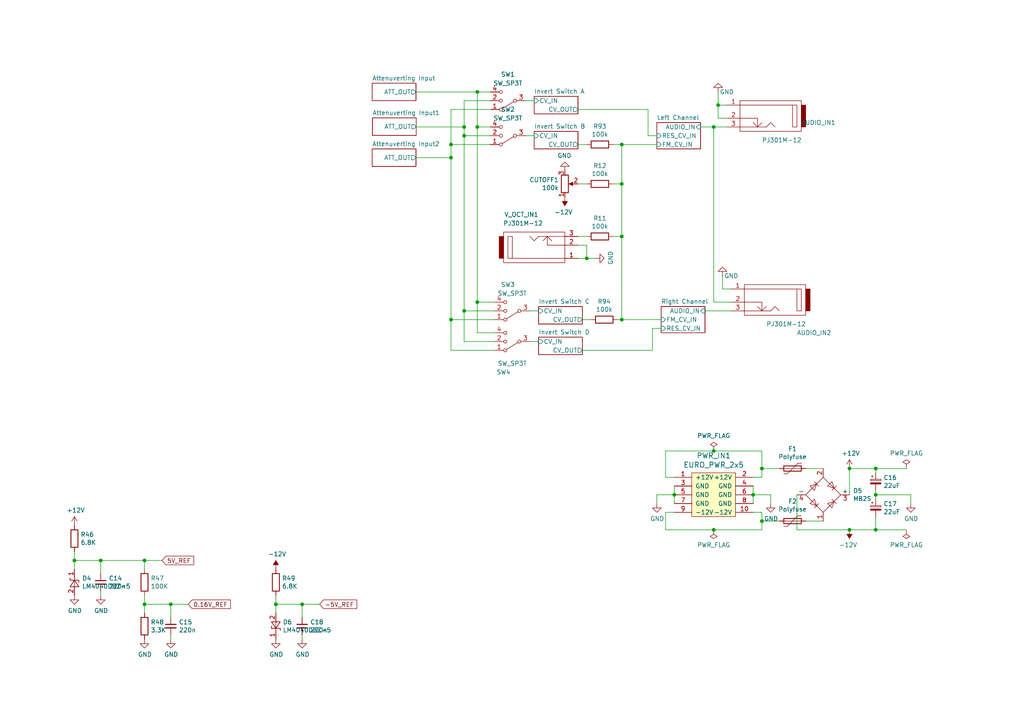
<source format=kicad_sch>
(kicad_sch (version 20230121) (generator eeschema)
  (paper "A4")
  (title_block (title "Schräg") (date "2019-08-04") (rev "1") (comment 1 "8HP Remix of the Bastl Cinnamon filter with CV control over resonance"))
  (lib_symbols
    (symbol "Device:C_Small" (pin_numbers hide) (pin_names (offset 0.254) hide)
      (property "Reference" "C" (at 0.254 1.778 0))
      (property "Value" "C_Small" (at 0.254 -2.032 0))
      (symbol "C_Small_0_1"
        (polyline (pts (xy -1.524 -0.508) (xy 1.524 -0.508)) (stroke (width 0.3302)))
        (polyline (pts (xy -1.524 0.508) (xy 1.524 0.508)) (stroke (width 0.3048)))
      )
      (symbol "C_Small_1_1"
        (pin passive line (at 0 2.54 270) (length 2.032) (name "~") (number "1"))
        (pin passive line (at 0 -2.54 90) (length 2.032) (name "~") (number "2"))
      )
    )
    (symbol "Device:Polyfuse" (pin_numbers hide) (pin_names (offset 0))
      (property "Reference" "F" (at -2.54 0 90))
      (property "Value" "Polyfuse" (at 2.54 0 90))
      (symbol "Polyfuse_0_1"
        (rectangle (start -0.762 2.54) (end 0.762 -2.54) (stroke (width 0.254)))
        (polyline (pts (xy 0 2.54) (xy 0 -2.54)))
        (polyline (pts (xy -1.524 2.54) (xy -1.524 1.524) (xy 1.524 -1.524) (xy 1.524 -2.54)))
      )
      (symbol "Polyfuse_1_1"
        (pin passive line (at 0 3.81 270) (length 1.27) (name "~") (number "1"))
        (pin passive line (at 0 -3.81 90) (length 1.27) (name "~") (number "2"))
      )
    )
    (symbol "Device:R" (pin_numbers hide) (pin_names (offset 0))
      (property "Reference" "R" (at 2.032 0 90))
      (property "Value" "R" (at 0 0 90))
      (symbol "R_0_1"
        (rectangle (start -1.016 -2.54) (end 1.016 2.54) (stroke (width 0.254)))
      )
      (symbol "R_1_1"
        (pin passive line (at 0 3.81 270) (length 1.27) (name "~") (number "1"))
        (pin passive line (at 0 -3.81 90) (length 1.27) (name "~") (number "2"))
      )
    )
    (symbol "Diode_Bridge:MB2S" (pin_names (offset 0))
      (property "Reference" "D" (at 2.54 6.985 0))
      (property "Value" "MB2S" (at 2.54 5.08 0))
      (symbol "MB2S_0_1"
        (polyline (pts (xy -2.54 3.81) (xy -1.27 2.54)))
        (polyline (pts (xy -1.27 -2.54) (xy -2.54 -3.81)))
        (polyline (pts (xy 2.54 -1.27) (xy 3.81 -2.54)))
        (polyline (pts (xy 2.54 1.27) (xy 3.81 2.54)))
        (polyline (pts (xy -3.81 2.54) (xy -2.54 1.27) (xy -1.905 3.175) (xy -3.81 2.54)))
        (polyline (pts (xy -2.54 -1.27) (xy -3.81 -2.54) (xy -1.905 -3.175) (xy -2.54 -1.27)))
        (polyline (pts (xy 1.27 2.54) (xy 2.54 3.81) (xy 3.175 1.905) (xy 1.27 2.54)))
        (polyline (pts (xy 3.175 -1.905) (xy 1.27 -2.54) (xy 2.54 -3.81) (xy 3.175 -1.905)))
        (polyline (pts (xy -5.08 0) (xy 0 -5.08) (xy 5.08 0) (xy 0 5.08) (xy -5.08 0)))
      )
      (symbol "MB2S_1_1"
        (pin passive line (at 0 -7.62 90) (length 2.54) (name "~") (number "1"))
        (pin passive line (at 0 7.62 270) (length 2.54) (name "~") (number "2"))
        (pin passive line (at 7.62 0 180) (length 2.54) (name "+") (number "3"))
        (pin passive line (at -7.62 0 0) (length 2.54) (name "-") (number "4"))
      )
    )
    (symbol "Reference_Voltage:LM4040DBZ-5" (pin_names (offset 0.0254) hide)
      (property "Reference" "U" (at 0 2.54 0))
      (property "Value" "LM4040DBZ-5" (at 0 -3.175 0))
      (symbol "LM4040DBZ-5_0_1"
        (polyline (pts (xy -1.27 0) (xy 0 0) (xy 1.27 0)))
        (polyline (pts (xy -1.27 -1.27) (xy 0.635 0) (xy -1.27 1.27) (xy -1.27 -1.27)) (stroke (width 0.2032)))
        (polyline (pts (xy 0 -1.27) (xy 0.635 -1.27) (xy 0.635 1.27) (xy 1.27 1.27)) (stroke (width 0.2032)))
      )
      (symbol "LM4040DBZ-5_1_1"
        (pin passive line (at 3.81 0 180) (length 2.54) (name "K") (number "1"))
        (pin passive line (at -3.81 0 0) (length 2.54) (name "A") (number "2"))
      )
    )
    (symbol "Schraeg-rescue:CP_Small-Device" (pin_numbers hide) (pin_names (offset 0.254) hide)
      (property "Reference" "C" (at 0.254 1.778 0))
      (property "Value" "Device_CP_Small" (at 0.254 -2.032 0))
      (symbol "CP_Small-Device_0_1"
        (rectangle (start -1.524 -0.3048) (end 1.524 -0.6858) (fill (type outline)))
        (rectangle (start -1.524 0.6858) (end 1.524 0.3048))
        (polyline (pts (xy -1.27 1.524) (xy -0.762 1.524)))
        (polyline (pts (xy -1.016 1.27) (xy -1.016 1.778)))
      )
      (symbol "CP_Small-Device_1_1"
        (pin passive line (at 0 2.54 270) (length 1.8542) (name "~") (number "1"))
        (pin passive line (at 0 -2.54 90) (length 1.8542) (name "~") (number "2"))
      )
    )
    (symbol "Schraeg-rescue:EURO_PWR_2x5-eurocad" (pin_names (offset 1.016))
      (property "Reference" "J" (at 0 -7.62 0))
      (property "Value" "eurocad_EURO_PWR_2x5" (at 0 7.62 0))
      (symbol "EURO_PWR_2x5-eurocad_0_1"
        (rectangle (start -6.35 6.35) (end 6.35 -6.35) (fill (type background)))
      )
      (symbol "EURO_PWR_2x5-eurocad_1_1"
        (pin power_in line (at -11.43 5.08 0) (length 5.08) (name "+12V") (number "1"))
        (pin power_in line (at 11.43 -5.08 180) (length 5.08) (name "-12V") (number "10"))
        (pin power_in line (at 11.43 5.08 180) (length 5.08) (name "+12V") (number "2"))
        (pin power_in line (at -11.43 2.54 0) (length 5.08) (name "GND") (number "3"))
        (pin power_in line (at 11.43 2.54 180) (length 5.08) (name "GND") (number "4"))
        (pin power_in line (at -11.43 0 0) (length 5.08) (name "GND") (number "5"))
        (pin power_in line (at 11.43 0 180) (length 5.08) (name "GND") (number "6"))
        (pin power_in line (at -11.43 -2.54 0) (length 5.08) (name "GND") (number "7"))
        (pin power_in line (at 11.43 -2.54 180) (length 5.08) (name "GND") (number "8"))
        (pin power_in line (at -11.43 -5.08 0) (length 5.08) (name "-12V") (number "9"))
      )
    )
    (symbol "Schraeg-rescue:PJ301M-12-eurocad" (pin_names (offset 1.016))
      (property "Reference" "J" (at -8.89 -5.08 0))
      (property "Value" "eurocad_PJ301M-12" (at -3.81 6.35 0))
      (symbol "PJ301M-12-eurocad_0_1"
        (rectangle (start -11.43 3.81) (end -10.16 -2.54) (fill (type outline)))
        (polyline (pts (xy 3.81 0) (xy 7.62 0) (xy 7.62 0)))
        (polyline (pts (xy 0 -2.54) (xy -1.27 -1.27) (xy -2.54 -2.54) (xy -2.54 -2.54)))
        (polyline (pts (xy 0 -2.54) (xy 7.62 -2.54) (xy 7.62 -2.54) (xy 7.62 -2.54)))
        (polyline (pts (xy 1.27 -1.27) (xy 2.54 -2.54) (xy 3.81 -1.27) (xy 3.81 -1.27)))
        (polyline (pts (xy 3.81 0) (xy 2.54 0) (xy 2.54 -2.54) (xy 2.54 -2.54)))
        (polyline (pts (xy 7.62 3.81) (xy -8.89 3.81) (xy -8.89 -2.54) (xy -7.62 -2.54) (xy -7.62 3.81)))
        (rectangle (start 7.62 -3.81) (end -10.16 5.08))
      )
      (symbol "PJ301M-12-eurocad_1_1"
        (pin passive line (at 11.43 3.81 180) (length 3.81) (name "~") (number "1"))
        (pin passive line (at 11.43 0 180) (length 3.81) (name "~") (number "2"))
        (pin passive line (at 11.43 -2.54 180) (length 3.81) (name "~") (number "3"))
      )
    )
    (symbol "Schraeg-rescue:R_POT-Device" (pin_names (offset 1.016) hide)
      (property "Reference" "RV" (at -4.445 0 90))
      (property "Value" "Device_R_POT" (at -2.54 0 90))
      (symbol "R_POT-Device_0_1"
        (polyline (pts (xy 2.54 0) (xy 1.524 0)))
        (polyline (pts (xy 1.143 0) (xy 2.286 0.508) (xy 2.286 -0.508) (xy 1.143 0)) (fill (type outline)))
        (rectangle (start 1.016 2.54) (end -1.016 -2.54) (stroke (width 0.254)))
      )
      (symbol "R_POT-Device_1_1"
        (pin passive line (at 0 3.81 270) (length 1.27) (name "1") (number "1"))
        (pin passive line (at 3.81 0 180) (length 1.27) (name "2") (number "2"))
        (pin passive line (at 0 -3.81 90) (length 1.27) (name "3") (number "3"))
      )
    )
    (symbol "Switch:SW_SP3T" (pin_names (offset 0) hide)
      (property "Reference" "SW" (at 0 5.08 0))
      (property "Value" "SW_SP3T" (at 0 -5.08 0))
      (symbol "SW_SP3T_0_1"
        (circle (center -2.032 0) (radius 0.4572))
        (polyline (pts (xy -1.651 0.254) (xy 1.651 2.286)))
        (circle (center 2.032 -2.54) (radius 0.4572))
        (circle (center 2.032 0) (radius 0.4572))
        (circle (center 2.032 2.54) (radius 0.4572))
      )
      (symbol "SW_SP3T_1_1"
        (pin passive line (at 5.08 2.54 180) (length 2.54) (name "1") (number "1"))
        (pin passive line (at 5.08 0 180) (length 2.54) (name "2") (number "2"))
        (pin passive line (at -5.08 0 0) (length 2.54) (name "3") (number "3"))
        (pin passive line (at 5.08 -2.54 180) (length 2.54) (name "4") (number "4"))
      )
    )
    (symbol "power:+12V" (power) (pin_names (offset 0))
      (property "Value" "+12V" (at 0 3.556 0))
      (symbol "+12V_0_1"
        (polyline (pts (xy -0.762 1.27) (xy 0 2.54)))
        (polyline (pts (xy 0 0) (xy 0 2.54)))
        (polyline (pts (xy 0 2.54) (xy 0.762 1.27)))
      )
      (symbol "+12V_1_1"
        (pin power_in line (at 0 0 90) (length 0) hide (name "+12V") (number "1"))
      )
    )
    (symbol "power:-12V" (power) (pin_names (offset 0))
      (property "Value" "-12V" (at 0 3.81 0))
      (symbol "-12V_0_0"
        (pin power_in line (at 0 0 90) (length 0) hide (name "-12V") (number "1"))
      )
      (symbol "-12V_0_1"
        (polyline (pts (xy 0 0) (xy 0 1.27) (xy 0.762 1.27) (xy 0 2.54) (xy -0.762 1.27) (xy 0 1.27)) (fill (type outline)))
      )
    )
    (symbol "power:GND" (power) (pin_names (offset 0))
      (property "Value" "GND" (at 0 -3.81 0))
      (symbol "GND_0_1"
        (polyline (pts (xy 0 0) (xy 0 -1.27) (xy 1.27 -1.27) (xy 0 -2.54) (xy -1.27 -1.27) (xy 0 -1.27)))
      )
      (symbol "GND_1_1"
        (pin power_in line (at 0 0 270) (length 0) hide (name "GND") (number "1"))
      )
    )
    (symbol "power:PWR_FLAG" (power) (pin_numbers hide) (pin_names (offset 0) hide)
      (property "Value" "PWR_FLAG" (at 0 3.81 0))
      (symbol "PWR_FLAG_0_0"
        (pin power_out line (at 0 0 90) (length 0) (name "pwr") (number "1"))
      )
      (symbol "PWR_FLAG_0_1"
        (polyline (pts (xy 0 0) (xy 0 1.27) (xy -1.016 1.905) (xy 0 2.54) (xy 1.016 1.905) (xy 0 1.27)))
      )
    )
  )
  (junction (at 207.01 36.83))
  (junction (at 180.34 68.58))
  (junction (at 220.98 135.89))
  (junction (at 134.62 36.83))
  (junction (at 218.44 143.51))
  (junction (at 41.91 175.26))
  (junction (at 180.34 41.91))
  (junction (at 138.43 87.63))
  (junction (at 29.21 162.56))
  (junction (at 130.81 45.72))
  (junction (at 180.34 92.71))
  (junction (at 220.98 151.13))
  (junction (at 80.01 175.26))
  (junction (at 134.62 90.17))
  (junction (at 207.01 130.81))
  (junction (at 254 135.89))
  (junction (at 21.59 162.56))
  (junction (at 254 153.67))
  (junction (at 49.53 175.26))
  (junction (at 138.43 26.67))
  (junction (at 138.43 36.83))
  (junction (at 195.58 143.51))
  (junction (at 134.62 39.37))
  (junction (at 170.18 74.93))
  (junction (at 207.01 153.67))
  (junction (at 87.63 175.26))
  (junction (at 246.38 135.89))
  (junction (at 208.28 30.48))
  (junction (at 180.34 53.34))
  (junction (at 246.38 153.67))
  (junction (at 130.81 41.91))
  (junction (at 130.81 92.71))
  (junction (at 41.91 162.56))
  (junction (at 254 143.51))
  (wire (pts (xy 254 153.67) (xy 262.89 153.67)))
  (wire (pts (xy 143.51 92.71) (xy 130.81 92.71)))
  (wire (pts (xy 138.43 96.52) (xy 138.43 87.63)))
  (wire (pts (xy 41.91 172.72) (xy 41.91 175.26)))
  (wire (pts (xy 143.51 96.52) (xy 138.43 96.52)))
  (wire (pts (xy 142.24 36.83) (xy 138.43 36.83)))
  (wire (pts (xy 87.63 179.07) (xy 87.63 175.26)))
  (wire (pts (xy 231.14 143.51) (xy 231.14 153.67)))
  (wire (pts (xy 187.96 39.37) (xy 190.5 39.37)))
  (wire (pts (xy 130.81 101.6) (xy 130.81 92.71)))
  (wire (pts (xy 195.58 143.51) (xy 195.58 146.05)))
  (wire (pts (xy 180.34 53.34) (xy 180.34 68.58)))
  (wire (pts (xy 180.34 92.71) (xy 191.77 92.71)))
  (wire (pts (xy 218.44 140.97) (xy 218.44 143.51)))
  (wire (pts (xy 167.64 41.91) (xy 170.18 41.91)))
  (wire (pts (xy 134.62 29.21) (xy 142.24 29.21)))
  (wire (pts (xy 167.64 74.93) (xy 170.18 74.93)))
  (wire (pts (xy 80.01 175.26) (xy 87.63 175.26)))
  (wire (pts (xy 195.58 143.51) (xy 190.5 143.51)))
  (wire (pts (xy 231.14 153.67) (xy 246.38 153.67)))
  (wire (pts (xy 180.34 41.91) (xy 180.34 53.34)))
  (wire (pts (xy 138.43 87.63) (xy 143.51 87.63)))
  (wire (pts (xy 120.65 36.83) (xy 134.62 36.83)))
  (wire (pts (xy 254 135.89) (xy 254 137.16)))
  (wire (pts (xy 177.8 53.34) (xy 180.34 53.34)))
  (wire (pts (xy 138.43 36.83) (xy 138.43 87.63)))
  (wire (pts (xy 49.53 184.15) (xy 49.53 185.42)))
  (wire (pts (xy 195.58 140.97) (xy 195.58 143.51)))
  (wire (pts (xy 168.91 101.6) (xy 189.23 101.6)))
  (wire (pts (xy 49.53 175.26) (xy 54.61 175.26)))
  (wire (pts (xy 193.04 148.59) (xy 193.04 153.67)))
  (wire (pts (xy 208.28 30.48) (xy 208.28 26.67)))
  (wire (pts (xy 207.01 130.81) (xy 220.98 130.81)))
  (wire (pts (xy 153.67 99.06) (xy 156.21 99.06)))
  (wire (pts (xy 254 143.51) (xy 254 142.24)))
  (wire (pts (xy 187.96 31.75) (xy 187.96 39.37)))
  (wire (pts (xy 254 144.78) (xy 254 143.51)))
  (wire (pts (xy 41.91 175.26) (xy 49.53 175.26)))
  (wire (pts (xy 21.59 162.56) (xy 21.59 160.02)))
  (wire (pts (xy 210.82 34.29) (xy 208.28 34.29)))
  (wire (pts (xy 223.52 143.51) (xy 223.52 146.05)))
  (wire (pts (xy 220.98 138.43) (xy 218.44 138.43)))
  (wire (pts (xy 138.43 26.67) (xy 138.43 36.83)))
  (wire (pts (xy 254 135.89) (xy 262.89 135.89)))
  (wire (pts (xy 80.01 175.26) (xy 80.01 177.8)))
  (wire (pts (xy 134.62 90.17) (xy 134.62 39.37)))
  (wire (pts (xy 167.64 31.75) (xy 187.96 31.75)))
  (wire (pts (xy 218.44 143.51) (xy 223.52 143.51)))
  (wire (pts (xy 177.8 41.91) (xy 180.34 41.91)))
  (wire (pts (xy 167.64 71.12) (xy 170.18 71.12)))
  (wire (pts (xy 41.91 162.56) (xy 46.99 162.56)))
  (wire (pts (xy 220.98 151.13) (xy 220.98 148.59)))
  (wire (pts (xy 190.5 143.51) (xy 190.5 146.05)))
  (wire (pts (xy 172.72 74.93) (xy 170.18 74.93)))
  (wire (pts (xy 254 153.67) (xy 254 149.86)))
  (wire (pts (xy 207.01 153.67) (xy 220.98 153.67)))
  (wire (pts (xy 179.07 92.71) (xy 180.34 92.71)))
  (wire (pts (xy 233.68 151.13) (xy 238.76 151.13)))
  (wire (pts (xy 142.24 39.37) (xy 134.62 39.37)))
  (wire (pts (xy 138.43 26.67) (xy 142.24 26.67)))
  (wire (pts (xy 87.63 184.15) (xy 87.63 185.42)))
  (wire (pts (xy 167.64 53.34) (xy 170.18 53.34)))
  (wire (pts (xy 180.34 68.58) (xy 180.34 92.71)))
  (wire (pts (xy 41.91 175.26) (xy 41.91 177.8)))
  (wire (pts (xy 210.82 30.48) (xy 208.28 30.48)))
  (wire (pts (xy 220.98 148.59) (xy 218.44 148.59)))
  (wire (pts (xy 207.01 36.83) (xy 210.82 36.83)))
  (wire (pts (xy 134.62 99.06) (xy 134.62 90.17)))
  (wire (pts (xy 220.98 153.67) (xy 220.98 151.13)))
  (wire (pts (xy 143.51 90.17) (xy 134.62 90.17)))
  (wire (pts (xy 21.59 165.1) (xy 21.59 162.56)))
  (wire (pts (xy 189.23 101.6) (xy 189.23 95.25)))
  (wire (pts (xy 264.16 143.51) (xy 264.16 146.05)))
  (wire (pts (xy 212.09 83.82) (xy 209.55 83.82)))
  (wire (pts (xy 80.01 172.72) (xy 80.01 175.26)))
  (wire (pts (xy 120.65 26.67) (xy 138.43 26.67)))
  (wire (pts (xy 143.51 99.06) (xy 134.62 99.06)))
  (wire (pts (xy 29.21 171.45) (xy 29.21 172.72)))
  (wire (pts (xy 29.21 162.56) (xy 41.91 162.56)))
  (wire (pts (xy 208.28 34.29) (xy 208.28 30.48)))
  (wire (pts (xy 189.23 95.25) (xy 191.77 95.25)))
  (wire (pts (xy 134.62 39.37) (xy 134.62 36.83)))
  (wire (pts (xy 220.98 135.89) (xy 220.98 138.43)))
  (wire (pts (xy 87.63 175.26) (xy 92.71 175.26)))
  (wire (pts (xy 29.21 166.37) (xy 29.21 162.56)))
  (wire (pts (xy 220.98 130.81) (xy 220.98 135.89)))
  (wire (pts (xy 193.04 130.81) (xy 207.01 130.81)))
  (wire (pts (xy 170.18 68.58) (xy 167.64 68.58)))
  (wire (pts (xy 193.04 153.67) (xy 207.01 153.67)))
  (wire (pts (xy 246.38 153.67) (xy 254 153.67)))
  (wire (pts (xy 152.4 39.37) (xy 154.94 39.37)))
  (wire (pts (xy 254 143.51) (xy 264.16 143.51)))
  (wire (pts (xy 49.53 179.07) (xy 49.53 175.26)))
  (wire (pts (xy 246.38 143.51) (xy 246.38 135.89)))
  (wire (pts (xy 233.68 135.89) (xy 238.76 135.89)))
  (wire (pts (xy 195.58 138.43) (xy 193.04 138.43)))
  (wire (pts (xy 177.8 68.58) (xy 180.34 68.58)))
  (wire (pts (xy 218.44 143.51) (xy 218.44 146.05)))
  (wire (pts (xy 130.81 92.71) (xy 130.81 45.72)))
  (wire (pts (xy 152.4 29.21) (xy 154.94 29.21)))
  (wire (pts (xy 130.81 41.91) (xy 142.24 41.91)))
  (wire (pts (xy 209.55 83.82) (xy 209.55 80.01)))
  (wire (pts (xy 195.58 148.59) (xy 193.04 148.59)))
  (wire (pts (xy 134.62 36.83) (xy 134.62 29.21)))
  (wire (pts (xy 204.47 90.17) (xy 212.09 90.17)))
  (wire (pts (xy 130.81 31.75) (xy 130.81 41.91)))
  (wire (pts (xy 41.91 165.1) (xy 41.91 162.56)))
  (wire (pts (xy 220.98 151.13) (xy 226.06 151.13)))
  (wire (pts (xy 203.2 36.83) (xy 207.01 36.83)))
  (wire (pts (xy 143.51 101.6) (xy 130.81 101.6)))
  (wire (pts (xy 207.01 87.63) (xy 212.09 87.63)))
  (wire (pts (xy 246.38 135.89) (xy 254 135.89)))
  (wire (pts (xy 21.59 162.56) (xy 29.21 162.56)))
  (wire (pts (xy 220.98 135.89) (xy 226.06 135.89)))
  (wire (pts (xy 170.18 71.12) (xy 170.18 74.93)))
  (wire (pts (xy 130.81 45.72) (xy 120.65 45.72)))
  (wire (pts (xy 130.81 41.91) (xy 130.81 45.72)))
  (wire (pts (xy 207.01 87.63) (xy 207.01 36.83)))
  (wire (pts (xy 180.34 41.91) (xy 190.5 41.91)))
  (wire (pts (xy 142.24 31.75) (xy 130.81 31.75)))
  (wire (pts (xy 153.67 90.17) (xy 156.21 90.17)))
  (wire (pts (xy 193.04 138.43) (xy 193.04 130.81)))
  (wire (pts (xy 168.91 92.71) (xy 171.45 92.71)))
  (global_label "0.16V_REF" (shape input) (at 54.61 175.26 0) (property "Intersheetrefs" "${INTERSHEET_REFS}" (effects hide)))
  (global_label "5V_REF" (shape input) (at 46.99 162.56 0) (property "Intersheetrefs" "${INTERSHEET_REFS}" (effects hide)))
  (global_label "-5V_REF" (shape input) (at 92.71 175.26 0) (property "Intersheetrefs" "${INTERSHEET_REFS}" (effects hide)))
  (symbol (lib_id "power:GND") (at 208.28 26.67 180) (unit 1)
    (property "Reference" "#PWR011" (effects hide))
    (property "Value" "GND" (at 210.82 26.67 0))
  )
  (symbol (lib_id "power:GND") (at 223.52 146.05 0) (unit 1)
    (property "Reference" "#PWR035" (effects hide))
    (property "Value" "GND" (at 223.647 150.4442 0))
  )
  (symbol (lib_id "Device:Polyfuse") (at 229.87 151.13 270) (unit 1)
    (property "Reference" "F2" (at 229.87 145.415 90))
    (property "Value" "Polyfuse" (at 229.87 147.7264 90))
    (property "Footprint" "Fuse:Fuse_1206_3216Metric_Pad1.42x1.75mm_HandSolder" (effects hide))
  )
  (symbol (lib_id "Diode_Bridge:MB2S") (at 238.76 143.51 0) (unit 1)
    (property "Reference" "D5" (at 247.4214 142.3416 0) (effects (justify left)))
    (property "Value" "MB2S" (at 247.4214 144.653 0) (effects (justify left)))
    (property "Footprint" "Package_TO_SOT_SMD:TO-269AA" (effects hide))
    (property "Datasheet" "http://www.vishay.com/docs/88661/mb2s.pdf" (effects hide))
  )
  (symbol (lib_id "power:GND") (at 163.83 49.53 180) (unit 1)
    (property "Reference" "#PWR07" (effects hide))
    (property "Value" "GND" (at 163.703 45.1358 0))
  )
  (symbol (lib_id "power:GND") (at 87.63 185.42 0) (unit 1)
    (property "Reference" "#PWR041" (effects hide))
    (property "Value" "GND" (at 87.757 189.8142 0))
  )
  (symbol (lib_id "Schraeg-rescue:CP_Small-Device") (at 254 147.32 0) (unit 1)
    (property "Reference" "C17" (at 256.2352 146.1516 0) (effects (justify left)))
    (property "Value" "22uF" (at 256.2352 148.463 0) (effects (justify left)))
    (property "Footprint" "Capacitor_SMD:CP_Elec_6.3x5.4" (effects hide))
  )
  (symbol (lib_id "Device:R") (at 21.59 156.21 0) (unit 1)
    (property "Reference" "R46" (at 23.368 155.0416 0) (effects (justify left)))
    (property "Value" "6.8K" (at 23.368 157.353 0) (effects (justify left)))
    (property "Footprint" "Resistor_SMD:R_0603_1608Metric_Pad1.05x0.95mm_HandSolder" (effects hide))
  )
  (symbol (lib_id "power:GND") (at 264.16 146.05 0) (unit 1)
    (property "Reference" "#PWR042" (effects hide))
    (property "Value" "GND" (at 264.287 150.4442 0))
  )
  (symbol (lib_id "power:-12V") (at 80.01 165.1 0) (unit 1)
    (property "Reference" "#PWR039" (effects hide))
    (property "Value" "-12V" (at 80.391 160.7058 0))
  )
  (symbol (lib_id "Device:R") (at 173.99 41.91 270) (unit 1)
    (property "Reference" "R93" (at 173.99 36.6522 90))
    (property "Value" "100k" (at 173.99 38.9636 90))
    (property "Footprint" "Resistor_SMD:R_0603_1608Metric_Pad1.05x0.95mm_HandSolder" (effects hide))
  )
  (symbol (lib_id "Device:C_Small") (at 29.21 168.91 0) (unit 1)
    (property "Reference" "C14" (at 31.5468 167.7416 0) (effects (justify left)))
    (property "Value" "220n" (at 31.5468 170.053 0) (effects (justify left)))
    (property "Footprint" "Capacitor_SMD:C_0603_1608Metric_Pad1.05x0.95mm_HandSolder" (effects hide))
  )
  (symbol (lib_id "Device:C_Small") (at 49.53 181.61 0) (unit 1)
    (property "Reference" "C15" (at 51.8668 180.4416 0) (effects (justify left)))
    (property "Value" "220n" (at 51.8668 182.753 0) (effects (justify left)))
    (property "Footprint" "Capacitor_SMD:C_0603_1608Metric_Pad1.05x0.95mm_HandSolder" (effects hide))
  )
  (symbol (lib_id "Device:C_Small") (at 87.63 181.61 0) (unit 1)
    (property "Reference" "C18" (at 89.9668 180.4416 0) (effects (justify left)))
    (property "Value" "220n" (at 89.9668 182.753 0) (effects (justify left)))
    (property "Footprint" "Capacitor_SMD:C_0603_1608Metric_Pad1.05x0.95mm_HandSolder" (effects hide))
  )
  (symbol (lib_id "Switch:SW_SP3T") (at 148.59 90.17 180) (unit 1)
    (property "Reference" "SW3" (at 147.32 82.55 0))
    (property "Value" "SW_SP3T" (at 148.59 85.09 0))
  )
  (symbol (lib_id "Schraeg-rescue:PJ301M-12-eurocad") (at 156.21 71.12 0) (mirror x) (unit 1)
    (property "Reference" "V_OCT_IN1" (at 156.21 62.23 0) (effects (justify right)))
    (property "Value" "PJ301M-12" (at 157.48 64.77 0) (effects (justify right)))
    (property "Footprint" "Eurocad:PJ301M-12" (effects hide))
  )
  (symbol (lib_id "Schraeg-rescue:R_POT-Device") (at 163.83 53.34 0) (mirror x) (unit 1)
    (property "Reference" "CUTOFF1" (at 162.052 52.1716 0) (effects (justify right)))
    (property "Value" "100k" (at 162.052 54.483 0) (effects (justify right)))
    (property "Footprint" "Eurocad:Alpha9mmPot" (effects hide))
  )
  (symbol (lib_id "Schraeg-rescue:PJ301M-12-eurocad") (at 223.52 87.63 0) (mirror y) (unit 1)
    (property "Reference" "AUDIO_IN2" (at 231.14 96.52 0) (effects (justify right)))
    (property "Value" "PJ301M-12" (at 222.25 93.98 0) (effects (justify right)))
    (property "Footprint" "Eurocad:PJ301M-12" (effects hide))
  )
  (symbol (lib_id "Device:Polyfuse") (at 229.87 135.89 270) (unit 1)
    (property "Reference" "F1" (at 229.87 130.175 90))
    (property "Value" "Polyfuse" (at 229.87 132.4864 90))
    (property "Footprint" "Fuse:Fuse_1206_3216Metric_Pad1.42x1.75mm_HandSolder" (effects hide))
  )
  (symbol (lib_id "power:GND") (at 49.53 185.42 0) (unit 1)
    (property "Reference" "#PWR036" (effects hide))
    (property "Value" "GND" (at 49.657 189.8142 0))
  )
  (symbol (lib_id "Reference_Voltage:LM4040DBZ-5") (at 21.59 168.91 90) (unit 1)
    (property "Reference" "D4" (at 23.8252 167.7416 90) (effects (justify right)))
    (property "Value" "LM4040DBZ-5" (at 23.8252 170.053 90) (effects (justify right)))
    (property "Footprint" "Package_TO_SOT_SMD:SOT-23" (effects hide))
    (property "Datasheet" "http://www.ti.com/lit/ds/symlink/lm4040-n.pdf" (effects hide))
  )
  (symbol (lib_id "power:GND") (at 209.55 80.01 180) (unit 1)
    (property "Reference" "#PWR070" (effects hide))
    (property "Value" "GND" (at 212.09 80.01 0))
  )
  (symbol (lib_id "Schraeg-rescue:EURO_PWR_2x5-eurocad") (at 207.01 143.51 0) (unit 1)
    (property "Reference" "PWR_IN1" (at 207.01 132.1562 0) (effects (font (size 1.524 1.524))))
    (property "Value" "EURO_PWR_2x5" (at 207.01 134.8486 0) (effects (font (size 1.524 1.524))))
    (property "Footprint" "Connector_PinHeader_2.54mm:PinHeader_2x05_P2.54mm_Vertical" (effects hide))
  )
  (symbol (lib_id "power:GND") (at 29.21 172.72 0) (unit 1)
    (property "Reference" "#PWR033" (effects hide))
    (property "Value" "GND" (at 29.337 177.1142 0))
  )
  (symbol (lib_id "Switch:SW_SP3T") (at 148.59 99.06 180) (unit 1)
    (property "Reference" "SW4" (at 146.05 107.95 0))
    (property "Value" "SW_SP3T" (at 148.59 105.41 0))
  )
  (symbol (lib_id "Device:R") (at 173.99 68.58 270) (unit 1)
    (property "Reference" "R11" (at 173.99 63.3222 90))
    (property "Value" "100k" (at 173.99 65.6336 90))
    (property "Footprint" "Resistor_SMD:R_0603_1608Metric_Pad1.05x0.95mm_HandSolder" (effects hide))
  )
  (symbol (lib_id "Device:R") (at 41.91 181.61 0) (unit 1)
    (property "Reference" "R48" (at 43.688 180.4416 0) (effects (justify left)))
    (property "Value" "3.3K" (at 43.688 182.753 0) (effects (justify left)))
    (property "Footprint" "Resistor_SMD:R_0603_1608Metric_Pad1.05x0.95mm_HandSolder" (effects hide))
  )
  (symbol (lib_id "Schraeg-rescue:CP_Small-Device") (at 254 139.7 0) (unit 1)
    (property "Reference" "C16" (at 256.2352 138.5316 0) (effects (justify left)))
    (property "Value" "22uF" (at 256.2352 140.843 0) (effects (justify left)))
    (property "Footprint" "Capacitor_SMD:CP_Elec_6.3x5.4" (effects hide))
  )
  (symbol (lib_id "power:-12V") (at 246.38 153.67 180) (unit 1)
    (property "Reference" "#PWR038" (effects hide))
    (property "Value" "-12V" (at 245.999 158.0642 0))
  )
  (symbol (lib_id "Switch:SW_SP3T") (at 147.32 39.37 180) (unit 1)
    (property "Reference" "SW2" (at 147.32 31.75 0))
    (property "Value" "SW_SP3T" (at 147.32 34.29 0))
  )
  (symbol (lib_id "Reference_Voltage:LM4040DBZ-5") (at 80.01 181.61 270) (unit 1)
    (property "Reference" "D6" (at 82.0166 180.4416 90) (effects (justify left)))
    (property "Value" "LM4040DBZ-5" (at 82.0166 182.753 90) (effects (justify left)))
    (property "Footprint" "Package_TO_SOT_SMD:SOT-23" (effects hide))
    (property "Datasheet" "http://www.ti.com/lit/ds/symlink/lm4040-n.pdf" (effects hide))
  )
  (symbol (lib_id "power:PWR_FLAG") (at 262.89 135.89 0) (unit 1)
    (property "Reference" "#FLG03" (effects hide))
    (property "Value" "PWR_FLAG" (at 262.89 131.4704 0))
  )
  (symbol (lib_id "Device:R") (at 175.26 92.71 270) (unit 1)
    (property "Reference" "R94" (at 175.26 87.4522 90))
    (property "Value" "100k" (at 175.26 89.7636 90))
    (property "Footprint" "Resistor_SMD:R_0603_1608Metric_Pad1.05x0.95mm_HandSolder" (effects hide))
  )
  (symbol (lib_id "Switch:SW_SP3T") (at 147.32 29.21 180) (unit 1)
    (property "Reference" "SW1" (at 147.32 21.59 0))
    (property "Value" "SW_SP3T" (at 147.32 24.13 0))
  )
  (symbol (lib_id "Schraeg-rescue:PJ301M-12-eurocad") (at 222.25 34.29 0) (mirror y) (unit 1)
    (property "Reference" "AUDIO_IN1" (at 232.41 35.56 0) (effects (justify right)))
    (property "Value" "PJ301M-12" (at 220.98 40.64 0) (effects (justify right)))
    (property "Footprint" "Eurocad:PJ301M-12" (effects hide))
  )
  (symbol (lib_id "power:PWR_FLAG") (at 207.01 130.81 0) (unit 1)
    (property "Reference" "#FLG01" (effects hide))
    (property "Value" "PWR_FLAG" (at 207.01 126.3904 0))
  )
  (symbol (lib_id "power:PWR_FLAG") (at 262.89 153.67 180) (unit 1)
    (property "Reference" "#FLG04" (effects hide))
    (property "Value" "PWR_FLAG" (at 262.89 158.0642 0))
  )
  (symbol (lib_id "power:GND") (at 41.91 185.42 0) (unit 1)
    (property "Reference" "#PWR034" (effects hide))
    (property "Value" "GND" (at 42.037 189.8142 0))
  )
  (symbol (lib_id "Device:R") (at 41.91 168.91 0) (unit 1)
    (property "Reference" "R47" (at 43.688 167.7416 0) (effects (justify left)))
    (property "Value" "100K" (at 43.688 170.053 0) (effects (justify left)))
    (property "Footprint" "Resistor_SMD:R_0603_1608Metric_Pad1.05x0.95mm_HandSolder" (effects hide))
  )
  (symbol (lib_id "power:+12V") (at 246.38 135.89 0) (unit 1)
    (property "Reference" "#PWR037" (effects hide))
    (property "Value" "+12V" (at 246.761 131.4958 0))
  )
  (symbol (lib_id "power:GND") (at 21.59 172.72 0) (unit 1)
    (property "Reference" "#PWR032" (effects hide))
    (property "Value" "GND" (at 21.717 177.1142 0))
  )
  (symbol (lib_id "Device:R") (at 80.01 168.91 0) (unit 1)
    (property "Reference" "R49" (at 81.788 167.7416 0) (effects (justify left)))
    (property "Value" "6.8K" (at 81.788 170.053 0) (effects (justify left)))
    (property "Footprint" "Resistor_SMD:R_0603_1608Metric_Pad1.05x0.95mm_HandSolder" (effects hide))
  )
  (symbol (lib_id "power:PWR_FLAG") (at 207.01 153.67 180) (unit 1)
    (property "Reference" "#FLG02" (effects hide))
    (property "Value" "PWR_FLAG" (at 207.01 158.0642 0))
  )
  (symbol (lib_id "power:-12V") (at 163.83 57.15 180) (unit 1)
    (property "Reference" "#PWR08" (effects hide))
    (property "Value" "-12V" (at 163.449 61.5442 0))
  )
  (symbol (lib_id "power:+12V") (at 21.59 152.4 0) (unit 1)
    (property "Reference" "#PWR031" (effects hide))
    (property "Value" "+12V" (at 21.971 148.0058 0))
  )
  (symbol (lib_id "power:GND") (at 172.72 74.93 90) (unit 1)
    (property "Reference" "#PWR02" (effects hide))
    (property "Value" "GND" (at 177.1142 74.803 0))
  )
  (symbol (lib_id "power:GND") (at 190.5 146.05 0) (unit 1)
    (property "Reference" "#PWR030" (effects hide))
    (property "Value" "GND" (at 190.627 150.4442 0))
  )
  (symbol (lib_id "power:GND") (at 80.01 185.42 0) (unit 1)
    (property "Reference" "#PWR040" (effects hide))
    (property "Value" "GND" (at 80.137 189.8142 0))
  )
  (symbol (lib_id "Device:R") (at 173.99 53.34 270) (unit 1)
    (property "Reference" "R12" (at 173.99 48.0822 90))
    (property "Value" "100k" (at 173.99 50.3936 90))
    (property "Footprint" "Resistor_SMD:R_0603_1608Metric_Pad1.05x0.95mm_HandSolder" (effects hide))
  )
  (sheet (at 156.21 97.79) (size 12.7 5.08) (stroke (width 0.1524))
    (property "Sheetname" "Invert Switch D" (at 156.21 97.0784 0) (effects (justify left bottom)))
    (property "Sheetfile" "invert_switch.kicad_sch" (effects hide))
    (pin "CV_OUT" output (at 168.91 101.6 0))
    (pin "CV_IN" input (at 156.21 99.06 180))
  )
  (sheet (at 190.5 35.56) (size 12.7 7.62) (stroke (width 0.1524))
    (property "Sheetname" "Left Channel" (at 190.5 34.8484 0) (effects (justify left bottom)))
    (property "Sheetfile" "channel.kicad_sch" (effects hide))
    (pin "FM_CV_IN" input (at 190.5 41.91 180))
    (pin "RES_CV_IN" input (at 190.5 39.37 180))
    (pin "AUDIO_IN" input (at 203.2 36.83 0))
  )
  (sheet (at 107.95 24.13) (size 12.7 5.08) (stroke (width 0.1524))
    (property "Sheetname" "Attenuverting Input" (at 107.95 23.4184 0) (effects (justify left bottom)))
    (property "Sheetfile" "att_input.kicad_sch" (effects hide))
    (pin "ATT_OUT" output (at 120.65 26.67 0))
  )
  (sheet (at 191.77 88.9) (size 12.7 7.62) (stroke (width 0.1524))
    (property "Sheetname" "Right Channel" (at 191.77 88.1884 0) (effects (justify left bottom)))
    (property "Sheetfile" "channel.kicad_sch" (effects hide))
    (pin "FM_CV_IN" input (at 191.77 92.71 180))
    (pin "RES_CV_IN" input (at 191.77 95.25 180))
    (pin "AUDIO_IN" input (at 204.47 90.17 0))
  )
  (sheet (at 108.0232 34.1794) (size 12.7 5.08) (stroke (width 0.1524))
    (property "Sheetname" "Attenuverting Input1" (at 108.0232 33.4678 0) (effects (justify left bottom)))
    (property "Sheetfile" "att_input.kicad_sch" (effects hide))
    (pin "ATT_OUT" output (at 120.7232 36.7194 0))
  )
  (sheet (at 156.21 88.9) (size 12.7 5.08) (stroke (width 0.1524))
    (property "Sheetname" "Invert Switch C" (at 156.21 88.1884 0) (effects (justify left bottom)))
    (property "Sheetfile" "invert_switch.kicad_sch" (effects hide))
    (pin "CV_OUT" output (at 168.91 92.71 0))
    (pin "CV_IN" input (at 156.21 90.17 180))
  )
  (sheet (at 154.94 38.1) (size 12.7 5.08) (stroke (width 0.1524))
    (property "Sheetname" "Invert Switch B" (at 154.94 37.3884 0) (effects (justify left bottom)))
    (property "Sheetfile" "invert_switch.kicad_sch" (effects hide))
    (pin "CV_OUT" output (at 167.64 41.91 0))
    (pin "CV_IN" input (at 154.94 39.37 180))
  )
  (sheet (at 154.94 27.94) (size 12.7 5.08) (stroke (width 0.1524))
    (property "Sheetname" "Invert Switch A" (at 154.94 27.2284 0) (effects (justify left bottom)))
    (property "Sheetfile" "invert_switch.kicad_sch" (effects hide))
    (pin "CV_OUT" output (at 167.64 31.75 0))
    (pin "CV_IN" input (at 154.94 29.21 180))
  )
  (sheet (at 107.95 43.18) (size 12.7 5.08) (stroke (width 0.1524))
    (property "Sheetname" "Attenuverting Input2" (at 107.95 42.4684 0) (effects (justify left bottom)))
    (property "Sheetfile" "att_input.kicad_sch" (effects hide))
    (pin "ATT_OUT" output (at 120.65 45.72 0))
  )
)
</source>
